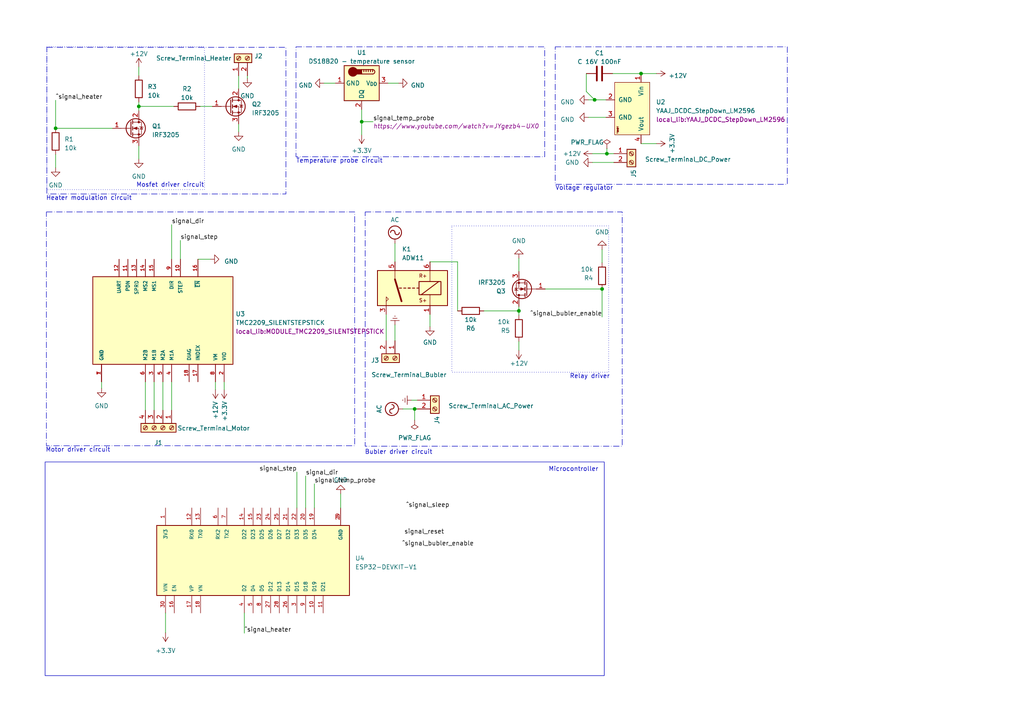
<source format=kicad_sch>
(kicad_sch (version 20230121) (generator eeschema)
  (paper "A4")
  (title_block (title "Bioreactor") (date "2023-06-28") (rev "v1.0") (comment 1 "Author: Lan Vukušič") (comment 2 "Author: Matija Šavli"))
  (lib_symbols
    (symbol "Connector:Screw_Terminal_01x02" (pin_names (offset 1.016) hide)
      (property "Reference" "J" (at 0 2.54 0))
      (property "Value" "Screw_Terminal_01x02" (at 0 -5.08 0))
      (symbol "Screw_Terminal_01x02_1_1"
        (rectangle (start -1.27 1.27) (end 1.27 -3.81) (stroke (width 0.254)) (fill (type background)))
        (circle (center 0 -2.54) (radius 0.635) (stroke (width 0.1524)))
        (polyline (pts (xy -0.5334 -2.2098) (xy 0.3302 -3.048)) (stroke (width 0.1524)))
        (polyline (pts (xy -0.5334 0.3302) (xy 0.3302 -0.508)) (stroke (width 0.1524)))
        (polyline (pts (xy -0.3556 -2.032) (xy 0.508 -2.8702)) (stroke (width 0.1524)))
        (polyline (pts (xy -0.3556 0.508) (xy 0.508 -0.3302)) (stroke (width 0.1524)))
        (circle (center 0 0) (radius 0.635) (stroke (width 0.1524)))
        (pin passive line (at -5.08 0 0) (length 3.81) (name "Pin_1") (number "1"))
        (pin passive line (at -5.08 -2.54 0) (length 3.81) (name "Pin_2") (number "2"))
      )
    )
    (symbol "Connector:Screw_Terminal_01x04" (pin_names (offset 1.016) hide)
      (property "Reference" "J" (at 0 5.08 0))
      (property "Value" "Screw_Terminal_01x04" (at 0 -7.62 0))
      (symbol "Screw_Terminal_01x04_1_1"
        (rectangle (start -1.27 3.81) (end 1.27 -6.35) (stroke (width 0.254)) (fill (type background)))
        (circle (center 0 -5.08) (radius 0.635) (stroke (width 0.1524)))
        (circle (center 0 -2.54) (radius 0.635) (stroke (width 0.1524)))
        (polyline (pts (xy -0.5334 -4.7498) (xy 0.3302 -5.588)) (stroke (width 0.1524)))
        (polyline (pts (xy -0.5334 -2.2098) (xy 0.3302 -3.048)) (stroke (width 0.1524)))
        (polyline (pts (xy -0.5334 0.3302) (xy 0.3302 -0.508)) (stroke (width 0.1524)))
        (polyline (pts (xy -0.5334 2.8702) (xy 0.3302 2.032)) (stroke (width 0.1524)))
        (polyline (pts (xy -0.3556 -4.572) (xy 0.508 -5.4102)) (stroke (width 0.1524)))
        (polyline (pts (xy -0.3556 -2.032) (xy 0.508 -2.8702)) (stroke (width 0.1524)))
        (polyline (pts (xy -0.3556 0.508) (xy 0.508 -0.3302)) (stroke (width 0.1524)))
        (polyline (pts (xy -0.3556 3.048) (xy 0.508 2.2098)) (stroke (width 0.1524)))
        (circle (center 0 0) (radius 0.635) (stroke (width 0.1524)))
        (circle (center 0 2.54) (radius 0.635) (stroke (width 0.1524)))
        (pin passive line (at -5.08 2.54 0) (length 3.81) (name "Pin_1") (number "1"))
        (pin passive line (at -5.08 0 0) (length 3.81) (name "Pin_2") (number "2"))
        (pin passive line (at -5.08 -2.54 0) (length 3.81) (name "Pin_3") (number "3"))
        (pin passive line (at -5.08 -5.08 0) (length 3.81) (name "Pin_4") (number "4"))
      )
    )
    (symbol "Device:C" (pin_numbers hide) (pin_names (offset 0.254))
      (property "Reference" "C" (at 0.635 2.54 0))
      (property "Value" "C" (at 0.635 -2.54 0))
      (symbol "C_0_1"
        (polyline (pts (xy -2.032 -0.762) (xy 2.032 -0.762)) (stroke (width 0.508)))
        (polyline (pts (xy -2.032 0.762) (xy 2.032 0.762)) (stroke (width 0.508)))
      )
      (symbol "C_1_1"
        (pin passive line (at 0 3.81 270) (length 2.794) (name "~") (number "1"))
        (pin passive line (at 0 -3.81 90) (length 2.794) (name "~") (number "2"))
      )
    )
    (symbol "Device:R" (pin_numbers hide) (pin_names (offset 0))
      (property "Reference" "R" (at 2.032 0 90))
      (property "Value" "R" (at 0 0 90))
      (symbol "R_0_1"
        (rectangle (start -1.016 -2.54) (end 1.016 2.54) (stroke (width 0.254)))
      )
      (symbol "R_1_1"
        (pin passive line (at 0 3.81 270) (length 1.27) (name "~") (number "1"))
        (pin passive line (at 0 -3.81 90) (length 1.27) (name "~") (number "2"))
      )
    )
    (symbol "Relay:ADW11"
      (property "Reference" "K" (at 11.43 3.81 0))
      (property "Value" "ADW11" (at 13.97 1.27 0))
      (symbol "ADW11_1_1"
        (rectangle (start -10.16 5.08) (end 10.16 -5.08) (stroke (width 0.254)) (fill (type background)))
        (rectangle (start -8.255 1.905) (end -1.905 -1.905) (stroke (width 0.254)))
        (polyline (pts (xy -7.62 -1.905) (xy -2.54 1.905)) (stroke (width 0.254)))
        (polyline (pts (xy -5.08 -5.08) (xy -5.08 -1.905)))
        (polyline (pts (xy -5.08 5.08) (xy -5.08 1.905)))
        (polyline (pts (xy -1.905 0) (xy -1.27 0)) (stroke (width 0.254)))
        (polyline (pts (xy -0.635 0) (xy 0 0)) (stroke (width 0.254)))
        (polyline (pts (xy 0.635 0) (xy 1.27 0)) (stroke (width 0.254)))
        (polyline (pts (xy 0.635 0) (xy 1.27 0)) (stroke (width 0.254)))
        (polyline (pts (xy 1.905 0) (xy 2.54 0)) (stroke (width 0.254)))
        (polyline (pts (xy 3.175 0) (xy 3.81 0)) (stroke (width 0.254)))
        (polyline (pts (xy 5.08 -2.54) (xy 3.175 3.81)) (stroke (width 0.508)))
        (polyline (pts (xy 5.08 -2.54) (xy 5.08 -5.08)))
        (polyline (pts (xy 7.62 3.81) (xy 7.62 5.08)))
        (polyline (pts (xy 7.62 3.81) (xy 7.62 2.54) (xy 6.985 3.175) (xy 7.62 3.81)))
        (text "R+" (at -3.048 -3.556 0) (effects (font (size 1.016 1.016))))
        (text "S+" (at -3.048 3.556 0) (effects (font (size 1.016 1.016))))
        (pin passive line (at -5.08 7.62 270) (length 2.54) (name "~") (number "1"))
        (pin passive line (at 7.62 7.62 270) (length 2.54) (name "~") (number "3"))
        (pin passive line (at 5.08 -7.62 90) (length 2.54) (name "~") (number "5"))
        (pin passive line (at -5.08 -7.62 90) (length 2.54) (name "~") (number "6"))
      )
    )
    (symbol "Sensor_Temperature:DS18B20"
      (property "Reference" "U" (at -3.81 6.35 0))
      (property "Value" "DS18B20" (at 6.35 6.35 0))
      (symbol "DS18B20_0_1"
        (rectangle (start -5.08 5.08) (end 5.08 -5.08) (stroke (width 0.254)) (fill (type background)))
        (circle (center -3.302 -2.54) (radius 1.27) (stroke (width 0.254)) (fill (type outline)))
        (rectangle (start -2.667 -1.905) (end -3.937 0) (stroke (width 0.254)) (fill (type outline)))
        (arc (start -2.667 3.175) (mid -3.302 3.8073) (end -3.937 3.175) (stroke (width 0.254)))
        (polyline (pts (xy -3.937 0.635) (xy -3.302 0.635)) (stroke (width 0.254)))
        (polyline (pts (xy -3.937 1.27) (xy -3.302 1.27)) (stroke (width 0.254)))
        (polyline (pts (xy -3.937 1.905) (xy -3.302 1.905)) (stroke (width 0.254)))
        (polyline (pts (xy -3.937 2.54) (xy -3.302 2.54)) (stroke (width 0.254)))
        (polyline (pts (xy -3.937 3.175) (xy -3.937 0)) (stroke (width 0.254)))
        (polyline (pts (xy -3.937 3.175) (xy -3.302 3.175)) (stroke (width 0.254)))
        (polyline (pts (xy -2.667 3.175) (xy -2.667 0)) (stroke (width 0.254)))
      )
      (symbol "DS18B20_1_1"
        (pin power_in line (at 0 -7.62 90) (length 2.54) (name "GND") (number "1"))
        (pin bidirectional line (at 7.62 0 180) (length 2.54) (name "DQ") (number "2"))
        (pin power_in line (at 0 7.62 270) (length 2.54) (name "V_{DD}") (number "3"))
      )
    )
    (symbol "Transistor_FET:IRF3205" (pin_names hide)
      (property "Reference" "Q" (at 6.35 1.905 0))
      (property "Value" "IRF3205" (at 6.35 0 0))
      (symbol "IRF3205_0_1"
        (polyline (pts (xy 0.254 0) (xy -2.54 0)))
        (polyline (pts (xy 0.254 1.905) (xy 0.254 -1.905)) (stroke (width 0.254)))
        (polyline (pts (xy 0.762 -1.27) (xy 0.762 -2.286)) (stroke (width 0.254)))
        (polyline (pts (xy 0.762 0.508) (xy 0.762 -0.508)) (stroke (width 0.254)))
        (polyline (pts (xy 0.762 2.286) (xy 0.762 1.27)) (stroke (width 0.254)))
        (polyline (pts (xy 2.54 2.54) (xy 2.54 1.778)))
        (polyline (pts (xy 2.54 -2.54) (xy 2.54 0) (xy 0.762 0)))
        (polyline (pts (xy 0.762 -1.778) (xy 3.302 -1.778) (xy 3.302 1.778) (xy 0.762 1.778)))
        (polyline (pts (xy 1.016 0) (xy 2.032 0.381) (xy 2.032 -0.381) (xy 1.016 0)) (fill (type outline)))
        (polyline (pts (xy 2.794 0.508) (xy 2.921 0.381) (xy 3.683 0.381) (xy 3.81 0.254)))
        (polyline (pts (xy 3.302 0.381) (xy 2.921 -0.254) (xy 3.683 -0.254) (xy 3.302 0.381)))
        (circle (center 1.651 0) (radius 2.794) (stroke (width 0.254)))
        (circle (center 2.54 -1.778) (radius 0.254) (fill (type outline)))
        (circle (center 2.54 1.778) (radius 0.254) (fill (type outline)))
      )
      (symbol "IRF3205_1_1"
        (pin input line (at -5.08 0 0) (length 2.54) (name "G") (number "1"))
        (pin passive line (at 2.54 5.08 270) (length 2.54) (name "D") (number "2"))
        (pin passive line (at 2.54 -5.08 90) (length 2.54) (name "S") (number "3"))
      )
    )
    (symbol "local_lib:ESP32-DEVKIT-V1" (pin_names (offset 1.016))
      (property "Reference" "U" (at -10.16 30.48 0))
      (property "Value" "ESP32-DEVKIT-V1" (at -10.16 -30.48 0))
      (symbol "ESP32-DEVKIT-V1_0_0"
        (rectangle (start -10.16 -27.94) (end 10.16 27.94) (stroke (width 0.254)) (fill (type background)))
        (pin output line (at 15.24 25.4 180) (length 5.08) (name "3V3") (number "1"))
        (pin bidirectional line (at -15.24 -17.78 0) (length 5.08) (name "D19") (number "10"))
        (pin bidirectional line (at -15.24 -20.32 0) (length 5.08) (name "D21") (number "11"))
        (pin input line (at 15.24 17.78 180) (length 5.08) (name "RX0") (number "12"))
        (pin output line (at 15.24 15.24 180) (length 5.08) (name "TX0") (number "13"))
        (pin bidirectional line (at 15.24 2.54 180) (length 5.08) (name "D22") (number "14"))
        (pin bidirectional line (at 15.24 0 180) (length 5.08) (name "D23") (number "15"))
        (pin input line (at -15.24 22.86 0) (length 5.08) (name "EN") (number "16"))
        (pin bidirectional line (at -15.24 17.78 0) (length 5.08) (name "VP") (number "17"))
        (pin bidirectional line (at -15.24 15.24 0) (length 5.08) (name "VN") (number "18"))
        (pin bidirectional line (at 15.24 -17.78 180) (length 5.08) (name "D34") (number "19"))
        (pin power_in line (at 15.24 -25.4 180) (length 5.08) (name "GND") (number "2"))
        (pin bidirectional line (at 15.24 -15.24 180) (length 5.08) (name "D35") (number "20"))
        (pin bidirectional line (at 15.24 -10.16 180) (length 5.08) (name "D32") (number "21"))
        (pin bidirectional line (at 15.24 -12.7 180) (length 5.08) (name "D33") (number "22"))
        (pin bidirectional line (at 15.24 -2.54 180) (length 5.08) (name "D25") (number "23"))
        (pin bidirectional line (at 15.24 -5.08 180) (length 5.08) (name "D26") (number "24"))
        (pin bidirectional line (at 15.24 -7.62 180) (length 5.08) (name "D27") (number "25"))
        (pin bidirectional line (at -15.24 -10.16 0) (length 5.08) (name "D14") (number "26"))
        (pin bidirectional line (at -15.24 -5.08 0) (length 5.08) (name "D12") (number "27"))
        (pin bidirectional line (at -15.24 -7.62 0) (length 5.08) (name "D13") (number "28"))
        (pin power_in line (at 15.24 -25.4 180) (length 5.08) (name "GND") (number "29"))
        (pin bidirectional line (at -15.24 -12.7 0) (length 5.08) (name "D15") (number "3"))
        (pin input line (at -15.24 25.4 0) (length 5.08) (name "VIN") (number "30"))
        (pin bidirectional line (at -15.24 2.54 0) (length 5.08) (name "D2") (number "4"))
        (pin bidirectional line (at -15.24 0 0) (length 5.08) (name "D4") (number "5"))
        (pin input line (at 15.24 10.16 180) (length 5.08) (name "RX2") (number "6"))
        (pin output line (at 15.24 7.62 180) (length 5.08) (name "TX2") (number "7"))
        (pin bidirectional line (at -15.24 -2.54 0) (length 5.08) (name "D5") (number "8"))
        (pin bidirectional line (at -15.24 -15.24 0) (length 5.08) (name "D18") (number "9"))
      )
    )
    (symbol "local_lib:TMC2209_SILENTSTEPSTICK" (pin_names (offset 1.016))
      (property "Reference" "U" (at -12.7 22.86 0))
      (property "Value" "TMC2209_SILENTSTEPSTICK" (at -12.7 -22.86 0))
      (property "Footprint" "MODULE_TMC2209_SILENTSTEPSTICK" (at 0 0 0))
      (symbol "TMC2209_SILENTSTEPSTICK_0_0"
        (rectangle (start -12.7 20.32) (end 12.7 -20.32) (stroke (width 0.254)) (fill (type background)))
        (pin power_in line (at 17.78 -17.78 180) (length 5.08) (name "GND") (number "1"))
        (pin input line (at -17.78 5.08 0) (length 5.08) (name "STEP") (number "10"))
        (pin bidirectional line (at -17.78 -10.16 0) (length 5.08) (name "PDN") (number "11"))
        (pin bidirectional line (at -17.78 -12.7 0) (length 5.08) (name "UART") (number "12"))
        (pin input line (at -17.78 -7.62 0) (length 5.08) (name "SPRD") (number "13"))
        (pin input line (at -17.78 -5.08 0) (length 5.08) (name "MS2") (number "14"))
        (pin input line (at -17.78 -2.54 0) (length 5.08) (name "MS1") (number "15"))
        (pin input line (at -17.78 10.16 0) (length 5.08) (name "~{EN}") (number "16"))
        (pin output line (at 17.78 10.16 180) (length 5.08) (name "INDEX") (number "17"))
        (pin output line (at 17.78 7.62 180) (length 5.08) (name "DIAG") (number "18"))
        (pin power_in line (at 17.78 17.78 180) (length 5.08) (name "VIO") (number "2"))
        (pin output line (at 17.78 -2.54 180) (length 5.08) (name "M1B") (number "3"))
        (pin output line (at 17.78 2.54 180) (length 5.08) (name "M1A") (number "4"))
        (pin output line (at 17.78 0 180) (length 5.08) (name "M2A") (number "5"))
        (pin output line (at 17.78 -5.08 180) (length 5.08) (name "M2B") (number "6"))
        (pin power_in line (at 17.78 -17.78 180) (length 5.08) (name "GND") (number "7"))
        (pin power_in line (at 17.78 15.24 180) (length 5.08) (name "VM") (number "8"))
        (pin input line (at -17.78 2.54 0) (length 5.08) (name "DIR") (number "9"))
      )
    )
    (symbol "local_lib:YAAJ_DCDC_StepDown_LM2596" (pin_names (offset 1.016))
      (property "Reference" "U" (at -5.08 6.35 0))
      (property "Value" "YAAJ_DCDC_StepDown_LM2596" (at 0 11.43 0))
      (property "Footprint" "local_lib:YAAJ_DCDC_StepDown_LM2596" (at -1.27 0 0))
      (symbol "YAAJ_DCDC_StepDown_LM2596_0_1"
        (rectangle (start -7.62 5.08) (end 7.62 -5.08) (fill (type background)))
      )
      (symbol "YAAJ_DCDC_StepDown_LM2596_1_1"
        (text "Y@@V" (at 6.1976 -4.2672 0) (effects (font (size 0.508 0.508))))
        (pin power_in line (at -10.16 2.54 0) (length 2.54) (name "Vin") (number "1"))
        (pin power_in line (at -2.54 -7.62 90) (length 2.54) (name "GND") (number "2"))
        (pin power_in line (at 2.54 -7.62 90) (length 2.54) (name "GND") (number "3"))
        (pin power_out line (at 10.16 2.54 180) (length 2.54) (name "Vout") (number "4"))
      )
    )
    (symbol "power:+12V" (power) (pin_names (offset 0))
      (property "Value" "+12V" (at 0 3.556 0))
      (symbol "+12V_0_1"
        (polyline (pts (xy -0.762 1.27) (xy 0 2.54)))
        (polyline (pts (xy 0 0) (xy 0 2.54)))
        (polyline (pts (xy 0 2.54) (xy 0.762 1.27)))
      )
      (symbol "+12V_1_1"
        (pin power_in line (at 0 0 90) (length 0) hide (name "+12V") (number "1"))
      )
    )
    (symbol "power:+3.3V" (power) (pin_names (offset 0))
      (property "Value" "+3.3V" (at 0 3.556 0))
      (symbol "+3.3V_0_1"
        (polyline (pts (xy -0.762 1.27) (xy 0 2.54)))
        (polyline (pts (xy 0 0) (xy 0 2.54)))
        (polyline (pts (xy 0 2.54) (xy 0.762 1.27)))
      )
      (symbol "+3.3V_1_1"
        (pin power_in line (at 0 0 90) (length 0) hide (name "+3.3V") (number "1"))
      )
    )
    (symbol "power:AC" (power) (pin_names (offset 0))
      (property "Value" "AC" (at 0 6.35 0))
      (symbol "AC_0_1"
        (polyline (pts (xy 0 0) (xy 0 1.27)))
        (arc (start 0 3.175) (mid -0.635 3.8073) (end -1.27 3.175) (stroke (width 0.254)))
        (arc (start 0 3.175) (mid 0.635 2.5427) (end 1.27 3.175) (stroke (width 0.254)))
        (circle (center 0 3.175) (radius 1.905) (stroke (width 0.254)))
      )
      (symbol "AC_1_1"
        (pin power_in line (at 0 0 90) (length 0) hide (name "AC") (number "1"))
      )
    )
    (symbol "power:Earth" (power) (pin_names (offset 0))
      (symbol "Earth_0_1"
        (polyline (pts (xy -0.635 -1.905) (xy 0.635 -1.905)))
        (polyline (pts (xy -0.127 -2.54) (xy 0.127 -2.54)))
        (polyline (pts (xy 0 -1.27) (xy 0 0)))
        (polyline (pts (xy 1.27 -1.27) (xy -1.27 -1.27)))
      )
      (symbol "Earth_1_1"
        (pin power_in line (at 0 0 270) (length 0) hide (name "Earth") (number "1"))
      )
    )
    (symbol "power:GND" (power) (pin_names (offset 0))
      (property "Value" "GND" (at 0 -3.81 0))
      (symbol "GND_0_1"
        (polyline (pts (xy 0 0) (xy 0 -1.27) (xy 1.27 -1.27) (xy 0 -2.54) (xy -1.27 -1.27) (xy 0 -1.27)))
      )
      (symbol "GND_1_1"
        (pin power_in line (at 0 0 270) (length 0) hide (name "GND") (number "1"))
      )
    )
    (symbol "power:PWR_FLAG" (power) (pin_numbers hide) (pin_names (offset 0) hide)
      (property "Value" "PWR_FLAG" (at 0 3.81 0))
      (symbol "PWR_FLAG_0_0"
        (pin power_out line (at 0 0 90) (length 0) (name "pwr") (number "1"))
      )
      (symbol "PWR_FLAG_0_1"
        (polyline (pts (xy 0 0) (xy 0 1.27) (xy -1.016 1.905) (xy 0 2.54) (xy 1.016 1.905) (xy 0 1.27)))
      )
    )
  )
  (junction (at 185.928 21.336))
  (junction (at 16.129 37.211))
  (junction (at 174.625 83.82))
  (junction (at 176.022 44.577))
  (junction (at 104.902 35.306))
  (junction (at 40.259 30.861))
  (junction (at 172.466 28.956))
  (junction (at 120.269 118.618))
  (junction (at 150.495 90.17))
  (wire (pts (xy 176.022 44.577) (xy 178.054 44.577)))
  (wire (pts (xy 170.053 21.336) (xy 170.053 26.543)))
  (wire (pts (xy 150.495 90.17) (xy 150.495 88.9)))
  (wire (pts (xy 132.715 75.946) (xy 132.715 90.17)))
  (wire (pts (xy 16.129 29.083) (xy 16.129 37.211)))
  (wire (pts (xy 150.495 91.44) (xy 150.495 90.17)))
  (wire (pts (xy 104.902 31.75) (xy 104.902 35.306)))
  (wire (pts (xy 171.831 44.577) (xy 176.022 44.577)))
  (wire (pts (xy 16.129 37.211) (xy 32.639 37.211)))
  (wire (pts (xy 88.646 138.049) (xy 88.646 147.32)))
  (wire (pts (xy 150.495 78.74) (xy 150.495 74.93)))
  (wire (pts (xy 112.014 91.186) (xy 112.014 98.806)))
  (wire (pts (xy 70.866 183.642) (xy 70.866 177.8)))
  (wire (pts (xy 114.554 70.612) (xy 114.554 75.946)))
  (wire (pts (xy 120.269 118.618) (xy 121.031 118.618)))
  (wire (pts (xy 104.902 35.306) (xy 104.902 39.116)))
  (wire (pts (xy 124.714 91.186) (xy 124.714 94.742)))
  (wire (pts (xy 176.022 43.053) (xy 176.022 44.577)))
  (wire (pts (xy 150.495 90.17) (xy 140.335 90.17)))
  (wire (pts (xy 170.688 34.036) (xy 175.768 34.036)))
  (wire (pts (xy 57.404 75.184) (xy 60.96 75.184)))
  (wire (pts (xy 69.215 21.971) (xy 69.215 25.781)))
  (wire (pts (xy 170.688 28.956) (xy 172.466 28.956)))
  (wire (pts (xy 185.928 21.336) (xy 190.373 21.336)))
  (wire (pts (xy 177.673 21.336) (xy 185.928 21.336)))
  (wire (pts (xy 49.784 65.151) (xy 49.784 75.184)))
  (wire (pts (xy 52.324 69.723) (xy 52.324 75.184)))
  (wire (pts (xy 98.806 143.256) (xy 98.806 147.32)))
  (wire (pts (xy 120.269 118.618) (xy 120.269 121.92)))
  (wire (pts (xy 114.554 94.234) (xy 114.554 98.806)))
  (wire (pts (xy 174.625 91.948) (xy 174.625 83.82)))
  (wire (pts (xy 69.215 35.941) (xy 69.215 38.227)))
  (wire (pts (xy 48.006 177.8) (xy 48.006 183.515)))
  (wire (pts (xy 29.464 110.744) (xy 29.464 112.649)))
  (wire (pts (xy 171.831 47.117) (xy 178.054 47.117)))
  (wire (pts (xy 112.522 24.13) (xy 115.57 24.13)))
  (wire (pts (xy 44.704 110.744) (xy 44.704 118.999)))
  (wire (pts (xy 40.259 30.861) (xy 40.259 32.131)))
  (wire (pts (xy 150.495 101.6) (xy 150.495 99.06)))
  (wire (pts (xy 47.244 110.744) (xy 47.244 118.999)))
  (wire (pts (xy 119.38 116.078) (xy 121.031 116.078)))
  (wire (pts (xy 174.625 83.82) (xy 158.115 83.82)))
  (wire (pts (xy 16.129 44.831) (xy 16.129 48.641)))
  (wire (pts (xy 86.106 136.906) (xy 86.106 147.32)))
  (wire (pts (xy 40.259 29.591) (xy 40.259 30.861)))
  (wire (pts (xy 40.259 42.291) (xy 40.259 46.101)))
  (wire (pts (xy 40.259 30.861) (xy 50.419 30.861)))
  (wire (pts (xy 49.784 110.744) (xy 49.784 118.999)))
  (wire (pts (xy 40.259 19.431) (xy 40.259 21.971)))
  (wire (pts (xy 93.98 24.13) (xy 97.282 24.13)))
  (wire (pts (xy 116.84 118.618) (xy 120.269 118.618)))
  (wire (pts (xy 91.186 140.335) (xy 91.186 147.32)))
  (wire (pts (xy 65.024 110.744) (xy 65.024 113.03)))
  (wire (pts (xy 124.714 75.946) (xy 132.715 75.946)))
  (wire (pts (xy 170.053 26.543) (xy 172.466 28.956)))
  (wire (pts (xy 185.928 41.656) (xy 190.373 41.656)))
  (wire (pts (xy 174.625 76.2) (xy 174.625 72.39)))
  (wire (pts (xy 62.484 110.744) (xy 62.484 113.03)))
  (wire (pts (xy 104.902 35.306) (xy 108.204 35.306)))
  (wire (pts (xy 71.755 21.971) (xy 71.755 22.733)))
  (wire (pts (xy 42.164 110.744) (xy 42.164 118.999)))
  (wire (pts (xy 58.039 30.861) (xy 61.595 30.861)))
  (wire (pts (xy 172.466 28.956) (xy 175.768 28.956)))
  (rectangle (start 105.918 61.468) (end 180.467 129.413) (stroke (width 0) (type dash_dot)))
  (rectangle (start 13.081 133.985) (end 175.26 195.961))
  (rectangle (start 131.064 65.532) (end 176.53 107.95) (stroke (width 0) (type dot)))
  (rectangle (start 85.852 13.589) (end 157.988 45.466) (stroke (width 0) (type dash_dot)))
  (rectangle (start 13.589 13.716) (end 82.931 56.261) (stroke (width 0) (type dash_dot)))
  (rectangle (start 161.036 13.589) (end 228.346 53.467) (stroke (width 0) (type dash_dot)))
  (rectangle (start 13.589 13.589) (end 59.309 54.991) (stroke (width 0) (type dot)))
  (rectangle (start 13.462 61.468) (end 102.87 129.286) (stroke (width 0) (type dash_dot)))
  (text "Relay driver" (at 165.227 109.982 0) (effects (font (size 1.27 1.27)) (justify left bottom)))
  (text "Heater modulation circuit" (at 13.335 58.293 0) (effects (font (size 1.27 1.27)) (justify left bottom)))
  (text "Temperature probe circuit" (at 85.852 47.498 0) (effects (font (size 1.27 1.27)) (justify left bottom)))
  (text "Motor driver circuit" (at 13.208 131.318 0) (effects (font (size 1.27 1.27)) (justify left bottom)))
  (text "Microcontroller" (at 173.609 136.906 0) (effects (font (size 1.27 1.27)) (justify right bottom)))
  (text "Mosfet driver circuit" (at 39.497 54.483 0) (effects (font (size 1.27 1.27)) (justify left bottom)))
  (text "Bubler driver circuit" (at 105.791 131.953 0) (effects (font (size 1.27 1.27)) (justify left bottom)))
  (text "Voltage regulator" (at 161.036 55.372 0) (effects (font (size 1.27 1.27)) (justify left bottom)))
  (label "signal_temp_probe" (at 91.186 140.335 0))
  (label "signal_step" (at 52.324 69.723 0))
  (label "^signal_bubler_enable" (at 174.625 91.948 180))
  (label "^signal_sleep" (at 117.729 147.447 0))
  (label "^signal_bubler_enable" (at 116.586 158.623 0))
  (label "signal_dir" (at 49.784 65.151 0))
  (label "signal_temp_probe" (at 108.204 35.306 0) (property "schematic" "https://www.youtube.com/watch?v=JYgezb4-UX0" (at 108.204 36.576 0) (effects (font italic) (justify left))))
  (label "signal_dir" (at 88.646 138.049 0))
  (label "^signal_heater" (at 70.866 183.642 0))
  (label "signal_step" (at 86.106 136.906 180))
  (label "signal_reset" (at 117.221 155.194 0))
  (label "^signal_heater" (at 16.129 29.083 0))
  (symbol (lib_id "power:GND") (at 150.495 74.93 180) (unit 1)
    (property "Reference" "#PWR023" (effects hide))
    (property "Value" "GND" (at 150.495 69.85 0))
  )
  (symbol (lib_id "Transistor_FET:IRF3205") (at 153.035 83.82 180) (unit 1)
    (property "Reference" "Q3" (at 146.685 84.455 0) (effects (justify left)))
    (property "Value" "IRF3205" (at 146.685 81.915 0) (effects (justify left)))
    (property "Footprint" "Package_TO_SOT_THT:TO-220-3_Vertical" (effects hide))
    (property "Datasheet" "http://www.irf.com/product-info/datasheets/data/irf3205.pdf" (effects hide))
  )
  (symbol (lib_id "Device:R") (at 174.625 80.01 180) (unit 1)
    (property "Reference" "R4" (at 172.085 80.645 0) (effects (justify left)))
    (property "Value" "10k" (at 172.085 78.105 0) (effects (justify left)))
    (property "Footprint" "Resistor_THT:R_Axial_DIN0207_L6.3mm_D2.5mm_P7.62mm_Horizontal" (effects hide))
  )
  (symbol (lib_id "power:GND") (at 16.129 48.641 0) (unit 1)
    (property "Reference" "#PWR02" (effects hide))
    (property "Value" "GND" (at 16.129 53.721 0))
  )
  (symbol (lib_id "Sensor_Temperature:DS18B20") (at 104.902 24.13 270) (unit 1)
    (property "Reference" "U1" (at 104.902 15.24 90))
    (property "Value" "DS18B20 - temperature sensor" (at 104.902 17.78 90))
    (property "Footprint" "TerminalBlock:TerminalBlock_Altech_AK300-3_P5.00mm" (effects hide))
    (property "Datasheet" "http://datasheets.maximintegrated.com/en/ds/DS18B20.pdf" (effects hide))
  )
  (symbol (lib_id "power:Earth") (at 119.38 116.078 270) (unit 1)
    (property "Reference" "#PWR024" (effects hide))
    (property "Value" "Earth" (effects hide))
  )
  (symbol (lib_id "power:+3.3V") (at 65.024 113.03 180) (unit 1)
    (property "Reference" "#PWR014" (effects hide))
    (property "Value" "+3.3V" (at 65.151 119.253 90))
  )
  (symbol (lib_id "power:+3.3V") (at 104.902 39.116 180) (unit 1)
    (property "Reference" "#PWR07" (effects hide))
    (property "Value" "+3.3V" (at 104.902 43.688 0))
  )
  (symbol (lib_id "power:+12V") (at 150.495 101.6 180) (unit 1)
    (property "Reference" "#PWR022" (effects hide))
    (property "Value" "+12V" (at 150.495 105.41 0))
  )
  (symbol (lib_id "power:GND") (at 174.625 72.39 180) (unit 1)
    (property "Reference" "#PWR021" (effects hide))
    (property "Value" "GND" (at 174.625 67.31 0))
  )
  (symbol (lib_id "power:GND") (at 60.96 75.184 90) (unit 1)
    (property "Reference" "#PWR015" (effects hide))
    (property "Value" "GND" (at 65.024 75.819 90) (effects (justify right)))
  )
  (symbol (lib_id "power:GND") (at 69.215 38.227 0) (unit 1)
    (property "Reference" "#PWR06" (effects hide))
    (property "Value" "GND" (at 69.215 43.307 0))
  )
  (symbol (lib_id "power:GND") (at 170.688 28.956 270) (unit 1)
    (property "Reference" "#PWR010" (effects hide))
    (property "Value" "GND" (at 166.624 29.591 90) (effects (justify right)))
  )
  (symbol (lib_id "local_lib:YAAJ_DCDC_StepDown_LM2596") (at 183.388 31.496 270) (unit 1)
    (property "Reference" "U2" (at 190.246 29.591 90) (effects (justify left)))
    (property "Value" "YAAJ_DCDC_StepDown_LM2596" (at 190.246 32.131 90) (effects (justify left)))
    (property "Footprint" "local_lib:YAAJ_DCDC_StepDown_LM2596" (at 190.246 34.671 90) (effects (justify left)))
  )
  (symbol (lib_id "power:Earth") (at 114.554 94.234 180) (unit 1)
    (property "Reference" "#PWR020" (effects hide))
    (property "Value" "Earth" (effects hide))
  )
  (symbol (lib_id "power:GND") (at 40.259 46.101 0) (unit 1)
    (property "Reference" "#PWR04" (effects hide))
    (property "Value" "GND" (at 40.259 51.181 0))
  )
  (symbol (lib_id "power:+3.3V") (at 48.006 183.515 180) (unit 1)
    (property "Reference" "#PWR028" (effects hide))
    (property "Value" "+3.3V" (at 48.006 188.722 0))
  )
  (symbol (lib_id "Device:R") (at 54.229 30.861 90) (unit 1)
    (property "Reference" "R2" (at 54.229 25.781 90))
    (property "Value" "10k" (at 54.229 28.321 90))
    (property "Footprint" "Resistor_THT:R_Axial_DIN0207_L6.3mm_D2.5mm_P7.62mm_Horizontal" (effects hide))
  )
  (symbol (lib_id "Transistor_FET:IRF3205") (at 66.675 30.861 0) (unit 1)
    (property "Reference" "Q2" (at 73.025 30.226 0) (effects (justify left)))
    (property "Value" "IRF3205" (at 73.025 32.766 0) (effects (justify left)))
    (property "Footprint" "Package_TO_SOT_THT:TO-220-3_Vertical" (effects hide))
    (property "Datasheet" "http://www.irf.com/product-info/datasheets/data/irf3205.pdf" (effects hide))
  )
  (symbol (lib_id "Connector:Screw_Terminal_01x02") (at 126.111 116.078 0) (unit 1)
    (property "Reference" "J4" (at 126.746 120.65 90) (effects (justify right)))
    (property "Value" "Screw_Terminal_AC_Power" (at 130.048 117.729 0) (effects (justify left)))
    (property "Footprint" "TerminalBlock:TerminalBlock_Altech_AK300-2_P5.00mm" (effects hide))
  )
  (symbol (lib_id "power:+12V") (at 190.373 21.336 270) (unit 1)
    (property "Reference" "#PWR09" (effects hide))
    (property "Value" "+12V" (at 193.929 21.971 90) (effects (justify left)))
  )
  (symbol (lib_id "Connector:Screw_Terminal_01x02") (at 69.215 16.891 90) (unit 1)
    (property "Reference" "J2" (at 73.787 16.256 90) (effects (justify right)))
    (property "Value" "Screw_Terminal_Heater" (at 67.183 16.891 90) (effects (justify left)))
    (property "Footprint" "TerminalBlock:TerminalBlock_Altech_AK300-2_P5.00mm" (effects hide))
  )
  (symbol (lib_id "power:GND") (at 29.464 112.649 0) (unit 1)
    (property "Reference" "#PWR012" (effects hide))
    (property "Value" "GND" (at 29.464 117.729 0))
  )
  (symbol (lib_id "power:GND") (at 171.831 47.117 270) (unit 1)
    (property "Reference" "#PWR027" (effects hide))
    (property "Value" "GND" (at 168.021 47.117 90) (effects (justify right)))
  )
  (symbol (lib_id "power:AC") (at 114.554 70.612 0) (unit 1)
    (property "Reference" "#PWR018" (effects hide))
    (property "Value" "AC" (at 114.554 63.754 0))
  )
  (symbol (lib_id "Device:R") (at 136.525 90.17 270) (unit 1)
    (property "Reference" "R6" (at 136.525 95.25 90))
    (property "Value" "10k" (at 136.525 92.71 90))
    (property "Footprint" "Resistor_THT:R_Axial_DIN0207_L6.3mm_D2.5mm_P7.62mm_Horizontal" (effects hide))
  )
  (symbol (lib_id "power:GND") (at 170.688 34.036 270) (unit 1)
    (property "Reference" "#PWR011" (effects hide))
    (property "Value" "GND" (at 166.624 34.671 90) (effects (justify right)))
  )
  (symbol (lib_id "Transistor_FET:IRF3205") (at 37.719 37.211 0) (unit 1)
    (property "Reference" "Q1" (at 44.069 36.576 0) (effects (justify left)))
    (property "Value" "IRF3205" (at 44.069 39.116 0) (effects (justify left)))
    (property "Footprint" "Package_TO_SOT_THT:TO-220-3_Vertical" (effects hide))
    (property "Datasheet" "http://www.irf.com/product-info/datasheets/data/irf3205.pdf" (effects hide))
  )
  (symbol (lib_id "Relay:ADW11") (at 119.634 83.566 180) (unit 1)
    (property "Reference" "K1" (at 116.586 72.263 0) (effects (justify right)))
    (property "Value" "ADW11" (at 116.586 74.803 0) (effects (justify right)))
    (property "Footprint" "Relay_THT:Relay_1P1T_NO_10x24x18.8mm_Panasonic_ADW11xxxxW_THT" (effects hide))
    (property "Datasheet" "https://www.panasonic-electric-works.com/pew/es/downloads/ds_dw_hl_en.pdf" (effects hide))
  )
  (symbol (lib_id "power:PWR_FLAG") (at 120.269 121.92 180) (unit 1)
    (property "Reference" "#FLG02" (effects hide))
    (property "Value" "PWR_FLAG" (at 120.269 127 0))
  )
  (symbol (lib_id "Device:R") (at 16.129 41.021 0) (unit 1)
    (property "Reference" "R1" (at 18.669 40.386 0) (effects (justify left)))
    (property "Value" "10k" (at 18.669 42.926 0) (effects (justify left)))
    (property "Footprint" "Resistor_THT:R_Axial_DIN0207_L6.3mm_D2.5mm_P7.62mm_Horizontal" (effects hide))
  )
  (symbol (lib_id "local_lib:ESP32-DEVKIT-V1") (at 73.406 162.56 90) (unit 1)
    (property "Reference" "U4" (at 102.997 161.925 90) (effects (justify right)))
    (property "Value" "ESP32-DEVKIT-V1" (at 102.997 164.465 90) (effects (justify right)))
    (property "Footprint" "local_lib:MODULE_ESP32_DEVKIT_V1" (effects hide))
    (property "PARTREV" "N/A" (effects hide))
    (property "STANDARD" "Manufacturer Recommendations" (effects hide))
    (property "MAXIMUM_PACKAGE_HEIGHT" "6.8 mm" (effects hide))
    (property "MANUFACTURER" "DOIT" (effects hide))
  )
  (symbol (lib_id "Device:R") (at 40.259 25.781 0) (unit 1)
    (property "Reference" "R3" (at 42.799 25.146 0) (effects (justify left)))
    (property "Value" "10k" (at 42.799 27.686 0) (effects (justify left)))
    (property "Footprint" "Resistor_THT:R_Axial_DIN0207_L6.3mm_D2.5mm_P7.62mm_Horizontal" (effects hide))
  )
  (symbol (lib_id "Device:C") (at 173.863 21.336 90) (unit 1)
    (property "Reference" "C1" (at 173.863 15.367 90))
    (property "Value" "C 16V 100nF" (at 173.863 17.907 90))
    (property "Footprint" "Capacitor_THT:C_Disc_D7.5mm_W5.0mm_P7.50mm" (effects hide))
  )
  (symbol (lib_id "local_lib:TMC2209_SILENTSTEPSTICK") (at 47.244 92.964 270) (unit 1)
    (property "Reference" "U3" (at 68.326 91.059 90) (effects (justify left)))
    (property "Value" "TMC2209_SILENTSTEPSTICK" (at 68.326 93.599 90) (effects (justify left)))
    (property "Footprint" "local_lib:MODULE_TMC2209_SILENTSTEPSTICK" (at 68.326 96.139 90) (effects (justify left)))
    (property "PARTREV" "1.20" (effects hide))
    (property "SNAPEDA_PN" "TMC2209 SILENTSTEPSTICK" (effects hide))
    (property "MANUFACTURER" "Trinamic Motion Control GmbH" (effects hide))
    (property "STANDARD" "Manufacturer Recommendations" (effects hide))
  )
  (symbol (lib_id "power:+12V") (at 40.259 19.431 0) (unit 1)
    (property "Reference" "#PWR05" (effects hide))
    (property "Value" "+12V" (at 40.259 15.621 0))
  )
  (symbol (lib_id "power:+12V") (at 171.831 44.577 90) (unit 1)
    (property "Reference" "#PWR026" (effects hide))
    (property "Value" "+12V" (at 168.529 44.577 90) (effects (justify left)))
  )
  (symbol (lib_id "power:GND") (at 71.755 22.733 0) (unit 1)
    (property "Reference" "#PWR017" (effects hide))
    (property "Value" "GND" (at 71.755 27.813 0))
  )
  (symbol (lib_id "Device:R") (at 150.495 95.25 180) (unit 1)
    (property "Reference" "R5" (at 147.955 95.885 0) (effects (justify left)))
    (property "Value" "10k" (at 147.955 93.345 0) (effects (justify left)))
    (property "Footprint" "Resistor_THT:R_Axial_DIN0207_L6.3mm_D2.5mm_P7.62mm_Horizontal" (effects hide))
  )
  (symbol (lib_id "power:+3.3V") (at 190.373 41.656 270) (unit 1)
    (property "Reference" "#PWR08" (effects hide))
    (property "Value" "+3.3V" (at 194.945 41.656 0))
  )
  (symbol (lib_id "power:GND") (at 98.806 143.256 180) (unit 1)
    (property "Reference" "#PWR029" (effects hide))
    (property "Value" "GND" (at 98.806 139.192 0))
  )
  (symbol (lib_id "Connector:Screw_Terminal_01x02") (at 183.134 44.577 0) (unit 1)
    (property "Reference" "J5" (at 183.769 49.149 90) (effects (justify right)))
    (property "Value" "Screw_Terminal_DC_Power" (at 187.071 46.228 0) (effects (justify left)))
    (property "Footprint" "TerminalBlock:TerminalBlock_Altech_AK300-2_P5.00mm" (effects hide))
  )
  (symbol (lib_id "power:GND") (at 93.98 24.13 270) (unit 1)
    (property "Reference" "#PWR01" (effects hide))
    (property "Value" "GND" (at 90.678 24.765 90) (effects (justify right)))
  )
  (symbol (lib_id "power:+12V") (at 62.484 113.03 180) (unit 1)
    (property "Reference" "#PWR013" (effects hide))
    (property "Value" "+12V" (at 62.484 118.999 90))
  )
  (symbol (lib_id "Connector:Screw_Terminal_01x02") (at 114.554 103.886 270) (unit 1)
    (property "Reference" "J3" (at 109.982 104.521 90) (effects (justify right)))
    (property "Value" "Screw_Terminal_Bubler" (at 107.696 108.712 90) (effects (justify left)))
    (property "Footprint" "TerminalBlock:TerminalBlock_Altech_AK300-2_P5.00mm" (effects hide))
  )
  (symbol (lib_id "Connector:Screw_Terminal_01x04") (at 47.244 124.079 270) (unit 1)
    (property "Reference" "J1" (at 45.974 128.397 90))
    (property "Value" "Screw_Terminal_Motor" (at 61.976 124.206 90))
    (property "Footprint" "TerminalBlock:TerminalBlock_Altech_AK300-4_P5.00mm" (effects hide))
  )
  (symbol (lib_id "power:PWR_FLAG") (at 176.022 43.053 0) (unit 1)
    (property "Reference" "#FLG01" (effects hide))
    (property "Value" "PWR_FLAG" (at 170.307 41.275 0))
  )
  (symbol (lib_id "power:GND") (at 124.714 94.742 0) (unit 1)
    (property "Reference" "#PWR019" (effects hide))
    (property "Value" "GND" (at 124.714 99.314 0))
  )
  (symbol (lib_id "power:AC") (at 116.84 118.618 90) (unit 1)
    (property "Reference" "#PWR025" (effects hide))
    (property "Value" "AC" (at 109.982 118.618 0))
  )
  (symbol (lib_id "power:GND") (at 115.57 24.13 90) (unit 1)
    (property "Reference" "#PWR03" (effects hide))
    (property "Value" "GND" (at 119.126 24.765 90) (effects (justify right)))
  )
)
</source>
